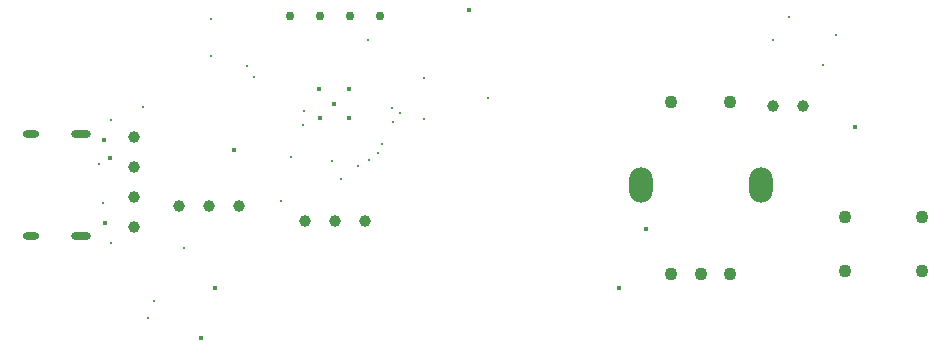
<source format=gbr>
%TF.GenerationSoftware,KiCad,Pcbnew,(7.0.0)*%
%TF.CreationDate,2023-03-04T20:15:20-06:00*%
%TF.ProjectId,V0_Display,56305f44-6973-4706-9c61-792e6b696361,rev?*%
%TF.SameCoordinates,Original*%
%TF.FileFunction,Plated,1,2,PTH,Mixed*%
%TF.FilePolarity,Positive*%
%FSLAX46Y46*%
G04 Gerber Fmt 4.6, Leading zero omitted, Abs format (unit mm)*
G04 Created by KiCad (PCBNEW (7.0.0)) date 2023-03-04 20:15:20*
%MOMM*%
%LPD*%
G01*
G04 APERTURE LIST*
%TA.AperFunction,ViaDrill*%
%ADD10C,0.300000*%
%TD*%
%TA.AperFunction,ViaDrill*%
%ADD11C,0.400000*%
%TD*%
G04 aperture for slot hole*
%TA.AperFunction,ComponentDrill*%
%ADD12O,1.400000X0.600000*%
%TD*%
G04 aperture for slot hole*
%TA.AperFunction,ComponentDrill*%
%ADD13O,1.700000X0.600000*%
%TD*%
%TA.AperFunction,ComponentDrill*%
%ADD14C,0.762000*%
%TD*%
%TA.AperFunction,ComponentDrill*%
%ADD15C,1.000000*%
%TD*%
%TA.AperFunction,ComponentDrill*%
%ADD16C,1.100000*%
%TD*%
G04 aperture for slot hole*
%TA.AperFunction,ComponentDrill*%
%ADD17O,2.000000X3.000000*%
%TD*%
G04 APERTURE END LIST*
D10*
X93471999Y-65398001D03*
X93820000Y-68650000D03*
X94520000Y-61650000D03*
X94520000Y-72050000D03*
X97220000Y-60550000D03*
X97620000Y-78450000D03*
X98120000Y-76950000D03*
X100720000Y-72450000D03*
X102950000Y-53120000D03*
X102950000Y-56250000D03*
X106020000Y-57050000D03*
X106620000Y-57999502D03*
X108918584Y-68478584D03*
X109720000Y-64750000D03*
X110771353Y-62049429D03*
X110816000Y-60854000D03*
X113194000Y-65076000D03*
X113940000Y-66642000D03*
X115413246Y-65556754D03*
X116220000Y-54850000D03*
X116320000Y-65049500D03*
X117120000Y-64450000D03*
X117461500Y-63691500D03*
X118320000Y-60653500D03*
X118408182Y-61853000D03*
X119007682Y-61061295D03*
X121020000Y-58050000D03*
X121020000Y-61525000D03*
X126420000Y-59750000D03*
X150520000Y-54900000D03*
X151892000Y-52926000D03*
X154766000Y-56990000D03*
X155858500Y-54441500D03*
D11*
X93920000Y-63350000D03*
X94018000Y-70397501D03*
X94420000Y-64850000D03*
X102120000Y-80130000D03*
X103320000Y-75850000D03*
X104920000Y-64150000D03*
X112120000Y-59050000D03*
X112220000Y-61450000D03*
X113394000Y-60254000D03*
X114620000Y-59050000D03*
X114620000Y-61450000D03*
X124820000Y-52350000D03*
X137520000Y-75850000D03*
X139820000Y-70850000D03*
X157470000Y-62250000D03*
D12*
%TO.C,J4*%
X87718999Y-62829999D03*
X87718999Y-71469999D03*
D13*
X91918999Y-62829999D03*
X91918999Y-71469999D03*
D14*
%TO.C,J2*%
X109660000Y-52850000D03*
X112200000Y-52850000D03*
X114740000Y-52850000D03*
X117280000Y-52850000D03*
D15*
%TO.C,J7*%
X96414000Y-63086000D03*
X96414000Y-65626000D03*
X96414000Y-68166000D03*
X96414000Y-70706000D03*
%TO.C,J1*%
X100224000Y-68928000D03*
X102764000Y-68928000D03*
X105304000Y-68928000D03*
%TO.C,J3*%
X110954000Y-70198000D03*
X113494000Y-70198000D03*
X116034000Y-70198000D03*
%TO.C,J8*%
X150575000Y-60445000D03*
X153115000Y-60445000D03*
D16*
%TO.C,SW7*%
X141920000Y-60150000D03*
X141920000Y-74650000D03*
X144420000Y-74650000D03*
X146920000Y-60150000D03*
X146920000Y-74650000D03*
%TO.C,SW6*%
X156670000Y-69900000D03*
X156670000Y-74400000D03*
X163170000Y-69900000D03*
X163170000Y-74400000D03*
D17*
%TO.C,SW7*%
X139339999Y-67149999D03*
X149499999Y-67149999D03*
M02*

</source>
